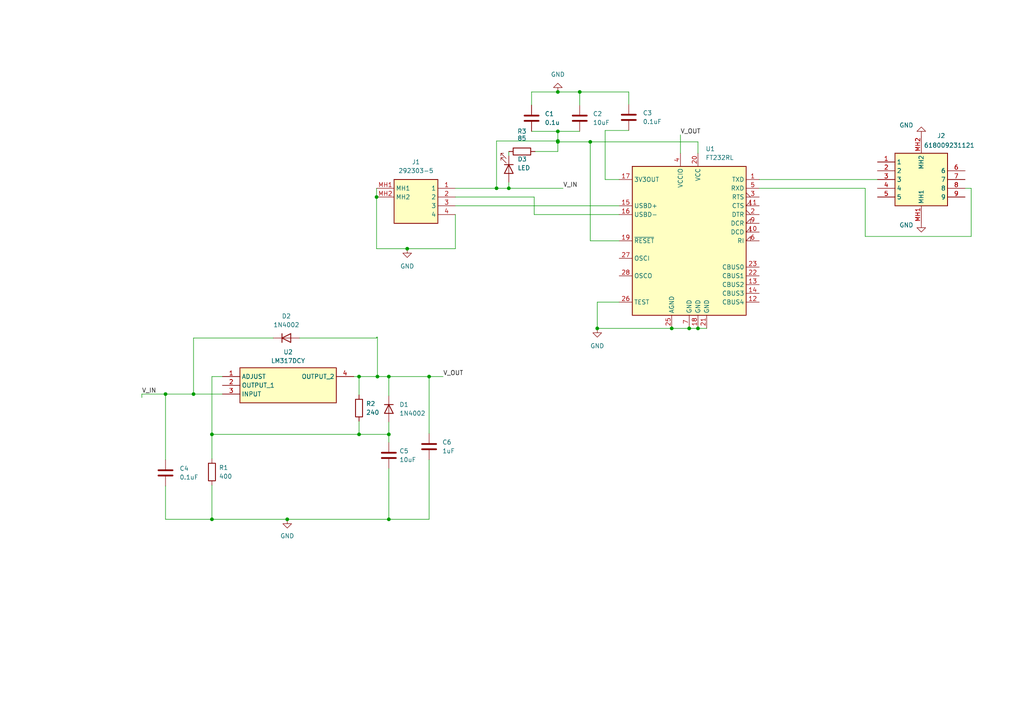
<source format=kicad_sch>
(kicad_sch (version 20230121) (generator eeschema)

  (uuid 50036428-3ab0-4d54-b969-eb6066c1b8f0)

  (paper "A4")

  (lib_symbols
    (symbol "Device:C" (pin_numbers hide) (pin_names (offset 0.254)) (in_bom yes) (on_board yes)
      (property "Reference" "C" (at 0.635 2.54 0)
        (effects (font (size 1.27 1.27)) (justify left))
      )
      (property "Value" "C" (at 0.635 -2.54 0)
        (effects (font (size 1.27 1.27)) (justify left))
      )
      (property "Footprint" "" (at 0.9652 -3.81 0)
        (effects (font (size 1.27 1.27)) hide)
      )
      (property "Datasheet" "~" (at 0 0 0)
        (effects (font (size 1.27 1.27)) hide)
      )
      (property "ki_keywords" "cap capacitor" (at 0 0 0)
        (effects (font (size 1.27 1.27)) hide)
      )
      (property "ki_description" "Unpolarized capacitor" (at 0 0 0)
        (effects (font (size 1.27 1.27)) hide)
      )
      (property "ki_fp_filters" "C_*" (at 0 0 0)
        (effects (font (size 1.27 1.27)) hide)
      )
      (symbol "C_0_1"
        (polyline
          (pts
            (xy -2.032 -0.762)
            (xy 2.032 -0.762)
          )
          (stroke (width 0.508) (type default))
          (fill (type none))
        )
        (polyline
          (pts
            (xy -2.032 0.762)
            (xy 2.032 0.762)
          )
          (stroke (width 0.508) (type default))
          (fill (type none))
        )
      )
      (symbol "C_1_1"
        (pin passive line (at 0 3.81 270) (length 2.794)
          (name "~" (effects (font (size 1.27 1.27))))
          (number "1" (effects (font (size 1.27 1.27))))
        )
        (pin passive line (at 0 -3.81 90) (length 2.794)
          (name "~" (effects (font (size 1.27 1.27))))
          (number "2" (effects (font (size 1.27 1.27))))
        )
      )
    )
    (symbol "Device:LED" (pin_numbers hide) (pin_names (offset 1.016) hide) (in_bom yes) (on_board yes)
      (property "Reference" "D" (at 0 2.54 0)
        (effects (font (size 1.27 1.27)))
      )
      (property "Value" "LED" (at 0 -2.54 0)
        (effects (font (size 1.27 1.27)))
      )
      (property "Footprint" "" (at 0 0 0)
        (effects (font (size 1.27 1.27)) hide)
      )
      (property "Datasheet" "~" (at 0 0 0)
        (effects (font (size 1.27 1.27)) hide)
      )
      (property "ki_keywords" "LED diode" (at 0 0 0)
        (effects (font (size 1.27 1.27)) hide)
      )
      (property "ki_description" "Light emitting diode" (at 0 0 0)
        (effects (font (size 1.27 1.27)) hide)
      )
      (property "ki_fp_filters" "LED* LED_SMD:* LED_THT:*" (at 0 0 0)
        (effects (font (size 1.27 1.27)) hide)
      )
      (symbol "LED_0_1"
        (polyline
          (pts
            (xy -1.27 -1.27)
            (xy -1.27 1.27)
          )
          (stroke (width 0.254) (type default))
          (fill (type none))
        )
        (polyline
          (pts
            (xy -1.27 0)
            (xy 1.27 0)
          )
          (stroke (width 0) (type default))
          (fill (type none))
        )
        (polyline
          (pts
            (xy 1.27 -1.27)
            (xy 1.27 1.27)
            (xy -1.27 0)
            (xy 1.27 -1.27)
          )
          (stroke (width 0.254) (type default))
          (fill (type none))
        )
        (polyline
          (pts
            (xy -3.048 -0.762)
            (xy -4.572 -2.286)
            (xy -3.81 -2.286)
            (xy -4.572 -2.286)
            (xy -4.572 -1.524)
          )
          (stroke (width 0) (type default))
          (fill (type none))
        )
        (polyline
          (pts
            (xy -1.778 -0.762)
            (xy -3.302 -2.286)
            (xy -2.54 -2.286)
            (xy -3.302 -2.286)
            (xy -3.302 -1.524)
          )
          (stroke (width 0) (type default))
          (fill (type none))
        )
      )
      (symbol "LED_1_1"
        (pin passive line (at -3.81 0 0) (length 2.54)
          (name "K" (effects (font (size 1.27 1.27))))
          (number "1" (effects (font (size 1.27 1.27))))
        )
        (pin passive line (at 3.81 0 180) (length 2.54)
          (name "A" (effects (font (size 1.27 1.27))))
          (number "2" (effects (font (size 1.27 1.27))))
        )
      )
    )
    (symbol "Device:R" (pin_numbers hide) (pin_names (offset 0)) (in_bom yes) (on_board yes)
      (property "Reference" "R" (at 2.032 0 90)
        (effects (font (size 1.27 1.27)))
      )
      (property "Value" "R" (at 0 0 90)
        (effects (font (size 1.27 1.27)))
      )
      (property "Footprint" "" (at -1.778 0 90)
        (effects (font (size 1.27 1.27)) hide)
      )
      (property "Datasheet" "~" (at 0 0 0)
        (effects (font (size 1.27 1.27)) hide)
      )
      (property "ki_keywords" "R res resistor" (at 0 0 0)
        (effects (font (size 1.27 1.27)) hide)
      )
      (property "ki_description" "Resistor" (at 0 0 0)
        (effects (font (size 1.27 1.27)) hide)
      )
      (property "ki_fp_filters" "R_*" (at 0 0 0)
        (effects (font (size 1.27 1.27)) hide)
      )
      (symbol "R_0_1"
        (rectangle (start -1.016 -2.54) (end 1.016 2.54)
          (stroke (width 0.254) (type default))
          (fill (type none))
        )
      )
      (symbol "R_1_1"
        (pin passive line (at 0 3.81 270) (length 1.27)
          (name "~" (effects (font (size 1.27 1.27))))
          (number "1" (effects (font (size 1.27 1.27))))
        )
        (pin passive line (at 0 -3.81 90) (length 1.27)
          (name "~" (effects (font (size 1.27 1.27))))
          (number "2" (effects (font (size 1.27 1.27))))
        )
      )
    )
    (symbol "Diode:1N4002" (pin_numbers hide) (pin_names hide) (in_bom yes) (on_board yes)
      (property "Reference" "D" (at 0 2.54 0)
        (effects (font (size 1.27 1.27)))
      )
      (property "Value" "1N4002" (at 0 -2.54 0)
        (effects (font (size 1.27 1.27)))
      )
      (property "Footprint" "Diode_THT:D_DO-41_SOD81_P10.16mm_Horizontal" (at 0 -4.445 0)
        (effects (font (size 1.27 1.27)) hide)
      )
      (property "Datasheet" "http://www.vishay.com/docs/88503/1n4001.pdf" (at 0 0 0)
        (effects (font (size 1.27 1.27)) hide)
      )
      (property "Sim.Device" "D" (at 0 0 0)
        (effects (font (size 1.27 1.27)) hide)
      )
      (property "Sim.Pins" "1=K 2=A" (at 0 0 0)
        (effects (font (size 1.27 1.27)) hide)
      )
      (property "ki_keywords" "diode" (at 0 0 0)
        (effects (font (size 1.27 1.27)) hide)
      )
      (property "ki_description" "100V 1A General Purpose Rectifier Diode, DO-41" (at 0 0 0)
        (effects (font (size 1.27 1.27)) hide)
      )
      (property "ki_fp_filters" "D*DO?41*" (at 0 0 0)
        (effects (font (size 1.27 1.27)) hide)
      )
      (symbol "1N4002_0_1"
        (polyline
          (pts
            (xy -1.27 1.27)
            (xy -1.27 -1.27)
          )
          (stroke (width 0.254) (type default))
          (fill (type none))
        )
        (polyline
          (pts
            (xy 1.27 0)
            (xy -1.27 0)
          )
          (stroke (width 0) (type default))
          (fill (type none))
        )
        (polyline
          (pts
            (xy 1.27 1.27)
            (xy 1.27 -1.27)
            (xy -1.27 0)
            (xy 1.27 1.27)
          )
          (stroke (width 0.254) (type default))
          (fill (type none))
        )
      )
      (symbol "1N4002_1_1"
        (pin passive line (at -3.81 0 0) (length 2.54)
          (name "K" (effects (font (size 1.27 1.27))))
          (number "1" (effects (font (size 1.27 1.27))))
        )
        (pin passive line (at 3.81 0 180) (length 2.54)
          (name "A" (effects (font (size 1.27 1.27))))
          (number "2" (effects (font (size 1.27 1.27))))
        )
      )
    )
    (symbol "Interface_USB:FT232RL" (in_bom yes) (on_board yes)
      (property "Reference" "U" (at -16.51 22.86 0)
        (effects (font (size 1.27 1.27)) (justify left))
      )
      (property "Value" "FT232RL" (at 10.16 22.86 0)
        (effects (font (size 1.27 1.27)) (justify left))
      )
      (property "Footprint" "Package_SO:SSOP-28_5.3x10.2mm_P0.65mm" (at 27.94 -22.86 0)
        (effects (font (size 1.27 1.27)) hide)
      )
      (property "Datasheet" "https://www.ftdichip.com/Support/Documents/DataSheets/ICs/DS_FT232R.pdf" (at 0 0 0)
        (effects (font (size 1.27 1.27)) hide)
      )
      (property "ki_keywords" "FTDI USB Serial" (at 0 0 0)
        (effects (font (size 1.27 1.27)) hide)
      )
      (property "ki_description" "USB to Serial Interface, SSOP-28" (at 0 0 0)
        (effects (font (size 1.27 1.27)) hide)
      )
      (property "ki_fp_filters" "SSOP*5.3x10.2mm*P0.65mm*" (at 0 0 0)
        (effects (font (size 1.27 1.27)) hide)
      )
      (symbol "FT232RL_0_1"
        (rectangle (start -16.51 21.59) (end 16.51 -21.59)
          (stroke (width 0.254) (type default))
          (fill (type background))
        )
      )
      (symbol "FT232RL_1_1"
        (pin output line (at 20.32 17.78 180) (length 3.81)
          (name "TXD" (effects (font (size 1.27 1.27))))
          (number "1" (effects (font (size 1.27 1.27))))
        )
        (pin input input_low (at 20.32 2.54 180) (length 3.81)
          (name "DCD" (effects (font (size 1.27 1.27))))
          (number "10" (effects (font (size 1.27 1.27))))
        )
        (pin input input_low (at 20.32 10.16 180) (length 3.81)
          (name "CTS" (effects (font (size 1.27 1.27))))
          (number "11" (effects (font (size 1.27 1.27))))
        )
        (pin bidirectional line (at 20.32 -17.78 180) (length 3.81)
          (name "CBUS4" (effects (font (size 1.27 1.27))))
          (number "12" (effects (font (size 1.27 1.27))))
        )
        (pin bidirectional line (at 20.32 -12.7 180) (length 3.81)
          (name "CBUS2" (effects (font (size 1.27 1.27))))
          (number "13" (effects (font (size 1.27 1.27))))
        )
        (pin bidirectional line (at 20.32 -15.24 180) (length 3.81)
          (name "CBUS3" (effects (font (size 1.27 1.27))))
          (number "14" (effects (font (size 1.27 1.27))))
        )
        (pin bidirectional line (at -20.32 10.16 0) (length 3.81)
          (name "USBD+" (effects (font (size 1.27 1.27))))
          (number "15" (effects (font (size 1.27 1.27))))
        )
        (pin bidirectional line (at -20.32 7.62 0) (length 3.81)
          (name "USBD-" (effects (font (size 1.27 1.27))))
          (number "16" (effects (font (size 1.27 1.27))))
        )
        (pin power_out line (at -20.32 17.78 0) (length 3.81)
          (name "3V3OUT" (effects (font (size 1.27 1.27))))
          (number "17" (effects (font (size 1.27 1.27))))
        )
        (pin power_in line (at 2.54 -25.4 90) (length 3.81)
          (name "GND" (effects (font (size 1.27 1.27))))
          (number "18" (effects (font (size 1.27 1.27))))
        )
        (pin input line (at -20.32 0 0) (length 3.81)
          (name "~{RESET}" (effects (font (size 1.27 1.27))))
          (number "19" (effects (font (size 1.27 1.27))))
        )
        (pin output output_low (at 20.32 7.62 180) (length 3.81)
          (name "DTR" (effects (font (size 1.27 1.27))))
          (number "2" (effects (font (size 1.27 1.27))))
        )
        (pin power_in line (at 2.54 25.4 270) (length 3.81)
          (name "VCC" (effects (font (size 1.27 1.27))))
          (number "20" (effects (font (size 1.27 1.27))))
        )
        (pin power_in line (at 5.08 -25.4 90) (length 3.81)
          (name "GND" (effects (font (size 1.27 1.27))))
          (number "21" (effects (font (size 1.27 1.27))))
        )
        (pin bidirectional line (at 20.32 -10.16 180) (length 3.81)
          (name "CBUS1" (effects (font (size 1.27 1.27))))
          (number "22" (effects (font (size 1.27 1.27))))
        )
        (pin bidirectional line (at 20.32 -7.62 180) (length 3.81)
          (name "CBUS0" (effects (font (size 1.27 1.27))))
          (number "23" (effects (font (size 1.27 1.27))))
        )
        (pin power_in line (at -5.08 -25.4 90) (length 3.81)
          (name "AGND" (effects (font (size 1.27 1.27))))
          (number "25" (effects (font (size 1.27 1.27))))
        )
        (pin input line (at -20.32 -17.78 0) (length 3.81)
          (name "TEST" (effects (font (size 1.27 1.27))))
          (number "26" (effects (font (size 1.27 1.27))))
        )
        (pin input line (at -20.32 -5.08 0) (length 3.81)
          (name "OSCI" (effects (font (size 1.27 1.27))))
          (number "27" (effects (font (size 1.27 1.27))))
        )
        (pin output line (at -20.32 -10.16 0) (length 3.81)
          (name "OSCO" (effects (font (size 1.27 1.27))))
          (number "28" (effects (font (size 1.27 1.27))))
        )
        (pin output output_low (at 20.32 12.7 180) (length 3.81)
          (name "RTS" (effects (font (size 1.27 1.27))))
          (number "3" (effects (font (size 1.27 1.27))))
        )
        (pin power_in line (at -2.54 25.4 270) (length 3.81)
          (name "VCCIO" (effects (font (size 1.27 1.27))))
          (number "4" (effects (font (size 1.27 1.27))))
        )
        (pin input line (at 20.32 15.24 180) (length 3.81)
          (name "RXD" (effects (font (size 1.27 1.27))))
          (number "5" (effects (font (size 1.27 1.27))))
        )
        (pin input input_low (at 20.32 0 180) (length 3.81)
          (name "RI" (effects (font (size 1.27 1.27))))
          (number "6" (effects (font (size 1.27 1.27))))
        )
        (pin power_in line (at 0 -25.4 90) (length 3.81)
          (name "GND" (effects (font (size 1.27 1.27))))
          (number "7" (effects (font (size 1.27 1.27))))
        )
        (pin input input_low (at 20.32 5.08 180) (length 3.81)
          (name "DCR" (effects (font (size 1.27 1.27))))
          (number "9" (effects (font (size 1.27 1.27))))
        )
      )
    )
    (symbol "SamacSys_Parts:292303-5" (in_bom yes) (on_board yes)
      (property "Reference" "J" (at 19.05 7.62 0)
        (effects (font (size 1.27 1.27)) (justify left top))
      )
      (property "Value" "292303-5" (at 19.05 5.08 0)
        (effects (font (size 1.27 1.27)) (justify left top))
      )
      (property "Footprint" "2923035" (at 19.05 -94.92 0)
        (effects (font (size 1.27 1.27)) (justify left top) hide)
      )
      (property "Datasheet" "https://www.te.com/commerce/DocumentDelivery/DDEController?Action=srchrtrv&DocNm=292303&DocType=Customer+Drawing&DocLang=English&DocFormat=pdf&PartCntxt=292303-5" (at 19.05 -194.92 0)
        (effects (font (size 1.27 1.27)) (justify left top) hide)
      )
      (property "Height" "7.01" (at 19.05 -394.92 0)
        (effects (font (size 1.27 1.27)) (justify left top) hide)
      )
      (property "Manufacturer_Name" "TE Connectivity" (at 19.05 -494.92 0)
        (effects (font (size 1.27 1.27)) (justify left top) hide)
      )
      (property "Manufacturer_Part_Number" "292303-5" (at 19.05 -594.92 0)
        (effects (font (size 1.27 1.27)) (justify left top) hide)
      )
      (property "Mouser Part Number" "571-292303-5" (at 19.05 -694.92 0)
        (effects (font (size 1.27 1.27)) (justify left top) hide)
      )
      (property "Mouser Price/Stock" "https://www.mouser.co.uk/ProductDetail/TE-Connectivity/292303-5?qs=G%2F5vCLrg9vz7imdxqPIVgQ%3D%3D" (at 19.05 -794.92 0)
        (effects (font (size 1.27 1.27)) (justify left top) hide)
      )
      (property "Arrow Part Number" "292303-5" (at 19.05 -894.92 0)
        (effects (font (size 1.27 1.27)) (justify left top) hide)
      )
      (property "Arrow Price/Stock" "https://www.arrow.com/en/products/292303-5/te-connectivity?region=nac" (at 19.05 -994.92 0)
        (effects (font (size 1.27 1.27)) (justify left top) hide)
      )
      (property "ki_description" "AMP - TE CONNECTIVITY - 292303-5 - USB, 2.0 TYPE A, RECEPTACLE, SMT" (at 0 0 0)
        (effects (font (size 1.27 1.27)) hide)
      )
      (symbol "292303-5_1_1"
        (rectangle (start 5.08 2.54) (end 17.78 -10.16)
          (stroke (width 0.254) (type default))
          (fill (type background))
        )
        (pin passive line (at 22.86 0 180) (length 5.08)
          (name "1" (effects (font (size 1.27 1.27))))
          (number "1" (effects (font (size 1.27 1.27))))
        )
        (pin passive line (at 22.86 -2.54 180) (length 5.08)
          (name "2" (effects (font (size 1.27 1.27))))
          (number "2" (effects (font (size 1.27 1.27))))
        )
        (pin passive line (at 22.86 -5.08 180) (length 5.08)
          (name "3" (effects (font (size 1.27 1.27))))
          (number "3" (effects (font (size 1.27 1.27))))
        )
        (pin passive line (at 22.86 -7.62 180) (length 5.08)
          (name "4" (effects (font (size 1.27 1.27))))
          (number "4" (effects (font (size 1.27 1.27))))
        )
        (pin passive line (at 0 0 0) (length 5.08)
          (name "MH1" (effects (font (size 1.27 1.27))))
          (number "MH1" (effects (font (size 1.27 1.27))))
        )
        (pin passive line (at 0 -2.54 0) (length 5.08)
          (name "MH2" (effects (font (size 1.27 1.27))))
          (number "MH2" (effects (font (size 1.27 1.27))))
        )
      )
    )
    (symbol "SamacSys_Parts:618009231121" (in_bom yes) (on_board yes)
      (property "Reference" "J" (at 21.59 12.7 0)
        (effects (font (size 1.27 1.27)) (justify left top))
      )
      (property "Value" "618009231121" (at 21.59 10.16 0)
        (effects (font (size 1.27 1.27)) (justify left top))
      )
      (property "Footprint" "618009231121" (at 21.59 -89.84 0)
        (effects (font (size 1.27 1.27)) (justify left top) hide)
      )
      (property "Datasheet" "http://katalog.we-online.de/em/datasheet/6180xx231121.pdf" (at 21.59 -189.84 0)
        (effects (font (size 1.27 1.27)) (justify left top) hide)
      )
      (property "Height" "12.8" (at 21.59 -389.84 0)
        (effects (font (size 1.27 1.27)) (justify left top) hide)
      )
      (property "Mouser Part Number" "710-618009231121" (at 21.59 -489.84 0)
        (effects (font (size 1.27 1.27)) (justify left top) hide)
      )
      (property "Mouser Price/Stock" "https://www.mouser.co.uk/ProductDetail/Wurth-Elektronik/618009231121?qs=ZtY9WdtwX554OkDtCn8rLw%3D%3D" (at 21.59 -589.84 0)
        (effects (font (size 1.27 1.27)) (justify left top) hide)
      )
      (property "Manufacturer_Name" "Wurth Elektronik" (at 21.59 -689.84 0)
        (effects (font (size 1.27 1.27)) (justify left top) hide)
      )
      (property "Manufacturer_Part_Number" "618009231121" (at 21.59 -789.84 0)
        (effects (font (size 1.27 1.27)) (justify left top) hide)
      )
      (property "ki_description" "WURTH ELEKTRONIK - 618009231121 - SOCKET, D SUB, PCB, R/A, 9WAY" (at 0 0 0)
        (effects (font (size 1.27 1.27)) hide)
      )
      (symbol "618009231121_1_1"
        (rectangle (start 5.08 7.62) (end 20.32 -7.62)
          (stroke (width 0.254) (type default))
          (fill (type background))
        )
        (pin passive line (at 17.78 12.7 270) (length 5.08)
          (name "1" (effects (font (size 1.27 1.27))))
          (number "1" (effects (font (size 1.27 1.27))))
        )
        (pin passive line (at 15.24 12.7 270) (length 5.08)
          (name "2" (effects (font (size 1.27 1.27))))
          (number "2" (effects (font (size 1.27 1.27))))
        )
        (pin passive line (at 12.7 12.7 270) (length 5.08)
          (name "3" (effects (font (size 1.27 1.27))))
          (number "3" (effects (font (size 1.27 1.27))))
        )
        (pin passive line (at 10.16 12.7 270) (length 5.08)
          (name "4" (effects (font (size 1.27 1.27))))
          (number "4" (effects (font (size 1.27 1.27))))
        )
        (pin passive line (at 7.62 12.7 270) (length 5.08)
          (name "5" (effects (font (size 1.27 1.27))))
          (number "5" (effects (font (size 1.27 1.27))))
        )
        (pin passive line (at 15.24 -12.7 90) (length 5.08)
          (name "6" (effects (font (size 1.27 1.27))))
          (number "6" (effects (font (size 1.27 1.27))))
        )
        (pin passive line (at 12.7 -12.7 90) (length 5.08)
          (name "7" (effects (font (size 1.27 1.27))))
          (number "7" (effects (font (size 1.27 1.27))))
        )
        (pin passive line (at 10.16 -12.7 90) (length 5.08)
          (name "8" (effects (font (size 1.27 1.27))))
          (number "8" (effects (font (size 1.27 1.27))))
        )
        (pin passive line (at 7.62 -12.7 90) (length 5.08)
          (name "9" (effects (font (size 1.27 1.27))))
          (number "9" (effects (font (size 1.27 1.27))))
        )
        (pin passive line (at 0 0 0) (length 5.08)
          (name "MH1" (effects (font (size 1.27 1.27))))
          (number "MH1" (effects (font (size 1.27 1.27))))
        )
        (pin passive line (at 25.4 0 180) (length 5.08)
          (name "MH2" (effects (font (size 1.27 1.27))))
          (number "MH2" (effects (font (size 1.27 1.27))))
        )
      )
    )
    (symbol "SamacSys_Parts:LM317DCY" (in_bom yes) (on_board yes)
      (property "Reference" "IC" (at 34.29 7.62 0)
        (effects (font (size 1.27 1.27)) (justify left top))
      )
      (property "Value" "LM317DCY" (at 34.29 5.08 0)
        (effects (font (size 1.27 1.27)) (justify left top))
      )
      (property "Footprint" "SOT230P700X180-4N" (at 34.29 -94.92 0)
        (effects (font (size 1.27 1.27)) (justify left top) hide)
      )
      (property "Datasheet" "http://www.ti.com/lit/ds/symlink/lm317.pdf" (at 34.29 -194.92 0)
        (effects (font (size 1.27 1.27)) (justify left top) hide)
      )
      (property "Height" "1.8" (at 34.29 -394.92 0)
        (effects (font (size 1.27 1.27)) (justify left top) hide)
      )
      (property "Manufacturer_Name" "Texas Instruments" (at 34.29 -494.92 0)
        (effects (font (size 1.27 1.27)) (justify left top) hide)
      )
      (property "Manufacturer_Part_Number" "LM317DCY" (at 34.29 -594.92 0)
        (effects (font (size 1.27 1.27)) (justify left top) hide)
      )
      (property "Mouser Part Number" "595-LM317DCY" (at 34.29 -694.92 0)
        (effects (font (size 1.27 1.27)) (justify left top) hide)
      )
      (property "Mouser Price/Stock" "https://www.mouser.co.uk/ProductDetail/Texas-Instruments/LM317DCY?qs=5BZzbFV4k2uyLTpaIDoA2Q%3D%3D" (at 34.29 -794.92 0)
        (effects (font (size 1.27 1.27)) (justify left top) hide)
      )
      (property "Arrow Part Number" "LM317DCY" (at 34.29 -894.92 0)
        (effects (font (size 1.27 1.27)) (justify left top) hide)
      )
      (property "Arrow Price/Stock" "https://www.arrow.com/en/products/lm317dcy/texas-instruments?region=nac" (at 34.29 -994.92 0)
        (effects (font (size 1.27 1.27)) (justify left top) hide)
      )
      (property "ki_description" "LM317DCY, Linear Voltage Regulator, 1.5A Adjustable 1.25  37 V, 4-Pin SOT-223" (at 0 0 0)
        (effects (font (size 1.27 1.27)) hide)
      )
      (symbol "LM317DCY_1_1"
        (rectangle (start 5.08 2.54) (end 33.02 -7.62)
          (stroke (width 0.254) (type default))
          (fill (type background))
        )
        (pin passive line (at 0 0 0) (length 5.08)
          (name "ADJUST" (effects (font (size 1.27 1.27))))
          (number "1" (effects (font (size 1.27 1.27))))
        )
        (pin passive line (at 0 -2.54 0) (length 5.08)
          (name "OUTPUT_1" (effects (font (size 1.27 1.27))))
          (number "2" (effects (font (size 1.27 1.27))))
        )
        (pin passive line (at 0 -5.08 0) (length 5.08)
          (name "INPUT" (effects (font (size 1.27 1.27))))
          (number "3" (effects (font (size 1.27 1.27))))
        )
        (pin passive line (at 38.1 0 180) (length 5.08)
          (name "OUTPUT_2" (effects (font (size 1.27 1.27))))
          (number "4" (effects (font (size 1.27 1.27))))
        )
      )
    )
    (symbol "power:GND" (power) (pin_names (offset 0)) (in_bom yes) (on_board yes)
      (property "Reference" "#PWR" (at 0 -6.35 0)
        (effects (font (size 1.27 1.27)) hide)
      )
      (property "Value" "GND" (at 0 -3.81 0)
        (effects (font (size 1.27 1.27)))
      )
      (property "Footprint" "" (at 0 0 0)
        (effects (font (size 1.27 1.27)) hide)
      )
      (property "Datasheet" "" (at 0 0 0)
        (effects (font (size 1.27 1.27)) hide)
      )
      (property "ki_keywords" "global power" (at 0 0 0)
        (effects (font (size 1.27 1.27)) hide)
      )
      (property "ki_description" "Power symbol creates a global label with name \"GND\" , ground" (at 0 0 0)
        (effects (font (size 1.27 1.27)) hide)
      )
      (symbol "GND_0_1"
        (polyline
          (pts
            (xy 0 0)
            (xy 0 -1.27)
            (xy 1.27 -1.27)
            (xy 0 -2.54)
            (xy -1.27 -1.27)
            (xy 0 -1.27)
          )
          (stroke (width 0) (type default))
          (fill (type none))
        )
      )
      (symbol "GND_1_1"
        (pin power_in line (at 0 0 270) (length 0) hide
          (name "GND" (effects (font (size 1.27 1.27))))
          (number "1" (effects (font (size 1.27 1.27))))
        )
      )
    )
  )

  (junction (at 161.798 38.1) (diameter 0) (color 0 0 0 0)
    (uuid 0ee23b3f-e01c-45c4-afd0-46a1ef0e01cc)
  )
  (junction (at 56.134 114.3) (diameter 0) (color 0 0 0 0)
    (uuid 16246a1c-1f27-4de6-adaa-37811855d444)
  )
  (junction (at 147.574 54.61) (diameter 0) (color 0 0 0 0)
    (uuid 17fb8390-5ce0-4649-98e8-4b1a00e8bfed)
  )
  (junction (at 112.776 125.984) (diameter 0) (color 0 0 0 0)
    (uuid 1c0df5fe-f44b-485c-ad53-8cbcb3db070e)
  )
  (junction (at 124.46 109.22) (diameter 0) (color 0 0 0 0)
    (uuid 1faf6c96-2f45-41a5-a74c-cb7f8e7e46af)
  )
  (junction (at 161.798 26.67) (diameter 0) (color 0 0 0 0)
    (uuid 222e33a2-0a96-4048-8f7d-ca99692da1db)
  )
  (junction (at 104.14 109.22) (diameter 0) (color 0 0 0 0)
    (uuid 2d2f9b4a-f4e8-4491-96be-92af0e520721)
  )
  (junction (at 161.798 41.148) (diameter 0) (color 0 0 0 0)
    (uuid 2e7d2fe4-e570-4ffb-ac81-7d100483a5ab)
  )
  (junction (at 199.898 95.25) (diameter 0) (color 0 0 0 0)
    (uuid 375b7950-df9a-4840-ac72-f19805e50ca5)
  )
  (junction (at 161.798 40.894) (diameter 0) (color 0 0 0 0)
    (uuid 59359191-da94-4c6f-b2b6-a6b609916397)
  )
  (junction (at 48.006 114.3) (diameter 0) (color 0 0 0 0)
    (uuid 6004f7aa-b50c-46da-b79c-17a428e740ef)
  )
  (junction (at 61.468 150.622) (diameter 0) (color 0 0 0 0)
    (uuid 6923840a-2a5b-496a-bc09-61774b22d1b8)
  )
  (junction (at 194.818 95.25) (diameter 0) (color 0 0 0 0)
    (uuid 726f7044-0320-4c9b-9d49-f3df700b34c7)
  )
  (junction (at 109.474 109.22) (diameter 0) (color 0 0 0 0)
    (uuid 8613ac6b-b914-4a81-a332-dcd8504cc395)
  )
  (junction (at 112.776 109.22) (diameter 0) (color 0 0 0 0)
    (uuid 8b5b515c-30df-4757-b959-450e5d509cc7)
  )
  (junction (at 144.018 54.61) (diameter 0) (color 0 0 0 0)
    (uuid 922fef9f-0124-43dd-b104-0bbdcf0497c4)
  )
  (junction (at 202.438 95.25) (diameter 0) (color 0 0 0 0)
    (uuid a7271300-4b99-4e79-95d6-1795f34df9b5)
  )
  (junction (at 109.22 57.15) (diameter 0) (color 0 0 0 0)
    (uuid a77f026d-34b5-47a0-86f8-6a54dc3dda18)
  )
  (junction (at 104.14 125.984) (diameter 0) (color 0 0 0 0)
    (uuid ae079732-8234-463c-ab26-3ea7b45e20aa)
  )
  (junction (at 83.312 150.622) (diameter 0) (color 0 0 0 0)
    (uuid b8f30c62-ac75-41c9-893e-b42e85f438b6)
  )
  (junction (at 168.148 26.67) (diameter 0) (color 0 0 0 0)
    (uuid bda965ab-270e-474a-a718-e1e26b872f2f)
  )
  (junction (at 171.196 41.148) (diameter 0) (color 0 0 0 0)
    (uuid be355cc8-4e7b-4dcb-9cb2-b4696af5ee84)
  )
  (junction (at 61.468 125.984) (diameter 0) (color 0 0 0 0)
    (uuid c06bd416-763b-4160-881d-c35542e4d041)
  )
  (junction (at 118.11 72.136) (diameter 0) (color 0 0 0 0)
    (uuid d25f0d1c-75b3-4069-9bb4-e7b7935b61fe)
  )
  (junction (at 173.228 95.25) (diameter 0) (color 0 0 0 0)
    (uuid d4e04679-881d-4a2f-91ae-7145a1e9d272)
  )
  (junction (at 112.776 150.622) (diameter 0) (color 0 0 0 0)
    (uuid f29d5ca6-eed1-4307-97ae-8d0402e4df9b)
  )

  (wire (pts (xy 104.14 125.984) (xy 112.776 125.984))
    (stroke (width 0) (type default))
    (uuid 0390fe8b-237d-4d91-92a7-3df3b5547967)
  )
  (wire (pts (xy 109.474 97.79) (xy 109.474 109.22))
    (stroke (width 0) (type default))
    (uuid 043e5b42-c94a-4099-893e-cd7a3fabc55f)
  )
  (wire (pts (xy 182.372 37.846) (xy 175.514 37.846))
    (stroke (width 0) (type default))
    (uuid 07c26e70-1f08-4476-8634-79a118ee8436)
  )
  (wire (pts (xy 144.018 54.61) (xy 147.574 54.61))
    (stroke (width 0) (type default))
    (uuid 0eb78e00-bd7d-4ccd-9863-37b3590edd85)
  )
  (wire (pts (xy 112.776 109.22) (xy 112.776 114.808))
    (stroke (width 0) (type default))
    (uuid 10c3575f-e8d9-4b02-865c-530464ffa08f)
  )
  (wire (pts (xy 154.178 38.1) (xy 161.798 38.1))
    (stroke (width 0) (type default))
    (uuid 125a9bad-eec4-459d-9417-74f57ca3b232)
  )
  (wire (pts (xy 132.08 62.23) (xy 132.08 72.136))
    (stroke (width 0) (type default))
    (uuid 12f4fb9d-cf97-49ed-b9a5-bc56983c3890)
  )
  (wire (pts (xy 182.372 26.67) (xy 168.148 26.67))
    (stroke (width 0) (type default))
    (uuid 17e27026-f21d-4b03-85d9-f1724d6cca50)
  )
  (wire (pts (xy 147.574 52.832) (xy 147.574 54.61))
    (stroke (width 0) (type default))
    (uuid 1b207413-29e2-48de-972e-bcb1913d15cd)
  )
  (wire (pts (xy 168.148 30.48) (xy 168.148 26.67))
    (stroke (width 0) (type default))
    (uuid 1e9fd1ad-6d14-4cdd-8145-204e931afa8c)
  )
  (wire (pts (xy 171.196 41.148) (xy 161.798 41.148))
    (stroke (width 0) (type default))
    (uuid 2357c60b-f06c-41b8-a476-4f1a62bc6025)
  )
  (wire (pts (xy 132.08 57.15) (xy 154.94 57.15))
    (stroke (width 0) (type default))
    (uuid 247696cf-6852-47e9-84e0-cdc28833e85e)
  )
  (wire (pts (xy 168.148 26.67) (xy 161.798 26.67))
    (stroke (width 0) (type default))
    (uuid 26c4dd13-00ed-4f32-9ae6-c2b33b6c80ce)
  )
  (wire (pts (xy 112.776 150.622) (xy 124.46 150.622))
    (stroke (width 0) (type default))
    (uuid 28b0eb65-03f0-433a-82e2-d32b4d0b198f)
  )
  (wire (pts (xy 194.818 95.25) (xy 173.228 95.25))
    (stroke (width 0) (type default))
    (uuid 29102a0f-876e-46c9-82e4-391f5a3d50e9)
  )
  (wire (pts (xy 155.194 43.942) (xy 161.798 43.942))
    (stroke (width 0) (type default))
    (uuid 29dc64db-0767-41b5-84a4-4950c04e5553)
  )
  (wire (pts (xy 147.574 43.942) (xy 147.574 45.212))
    (stroke (width 0) (type default))
    (uuid 2c177578-71ab-42bb-8fcb-5ecda2f7e4a9)
  )
  (wire (pts (xy 109.22 57.15) (xy 109.22 72.136))
    (stroke (width 0) (type default))
    (uuid 2c2b697e-0f5a-4336-a4cd-0bb6d3a78f81)
  )
  (wire (pts (xy 161.798 40.894) (xy 161.798 41.148))
    (stroke (width 0) (type default))
    (uuid 2c7cb42d-1a0f-4b6c-a9ba-8e228e631bf1)
  )
  (wire (pts (xy 61.468 150.622) (xy 83.312 150.622))
    (stroke (width 0) (type default))
    (uuid 3212f8f3-af09-4caf-b5cc-e19b65f84267)
  )
  (wire (pts (xy 61.468 109.22) (xy 61.468 125.984))
    (stroke (width 0) (type default))
    (uuid 33bcc469-c857-4604-9588-a799c442c6f2)
  )
  (wire (pts (xy 175.514 37.846) (xy 175.514 52.07))
    (stroke (width 0) (type default))
    (uuid 3584adb9-a450-4fb2-b312-18f1d6eea90c)
  )
  (wire (pts (xy 124.46 109.22) (xy 124.46 125.73))
    (stroke (width 0) (type default))
    (uuid 38b484e8-ffc8-4fe9-b3ed-379312124d57)
  )
  (wire (pts (xy 144.018 40.894) (xy 161.798 40.894))
    (stroke (width 0) (type default))
    (uuid 394cf44e-9824-4f06-b9a1-a4eeb9276aa9)
  )
  (wire (pts (xy 154.178 30.48) (xy 154.178 26.67))
    (stroke (width 0) (type default))
    (uuid 3ab54c7a-8b81-4541-b43d-de5d1326a3df)
  )
  (wire (pts (xy 41.148 114.3) (xy 48.006 114.3))
    (stroke (width 0) (type default))
    (uuid 3ac246f0-b101-48a7-9636-c00184479ec5)
  )
  (wire (pts (xy 64.516 109.22) (xy 61.468 109.22))
    (stroke (width 0) (type default))
    (uuid 3af73755-c3fb-4493-b759-db89443b4f0a)
  )
  (wire (pts (xy 61.468 125.984) (xy 61.468 133.096))
    (stroke (width 0) (type default))
    (uuid 406a3e05-0515-4b04-a0d3-705d717687f0)
  )
  (wire (pts (xy 124.46 109.22) (xy 128.524 109.22))
    (stroke (width 0) (type default))
    (uuid 45667eb1-5ec6-4941-8dda-41d4a79e4eef)
  )
  (wire (pts (xy 61.468 125.984) (xy 104.14 125.984))
    (stroke (width 0) (type default))
    (uuid 4b8738f5-c2e6-4718-b62c-892afbfe91ef)
  )
  (wire (pts (xy 79.248 98.044) (xy 56.134 98.044))
    (stroke (width 0) (type default))
    (uuid 4c9acc03-11fc-46f1-ae44-888ea1dfe62b)
  )
  (wire (pts (xy 144.018 40.894) (xy 144.018 54.61))
    (stroke (width 0) (type default))
    (uuid 51c267bc-c73c-404c-a207-6f42410562e0)
  )
  (wire (pts (xy 61.468 140.716) (xy 61.468 150.622))
    (stroke (width 0) (type default))
    (uuid 537b9e6f-917a-418c-85e5-883eb3e3cf76)
  )
  (wire (pts (xy 48.006 114.3) (xy 48.006 133.35))
    (stroke (width 0) (type default))
    (uuid 55db8c58-de29-4d6d-9044-3bc1ea513637)
  )
  (wire (pts (xy 112.776 125.984) (xy 112.776 128.27))
    (stroke (width 0) (type default))
    (uuid 55dee30f-7622-40d3-ad1d-d80ede038c97)
  )
  (wire (pts (xy 175.514 52.07) (xy 179.578 52.07))
    (stroke (width 0) (type default))
    (uuid 5db2bffa-28d0-44d2-affe-184af61e9d77)
  )
  (wire (pts (xy 154.178 26.67) (xy 161.798 26.67))
    (stroke (width 0) (type default))
    (uuid 5e7980b1-0bcc-4efa-b3a7-49b4095c6038)
  )
  (wire (pts (xy 220.218 52.07) (xy 254.508 52.07))
    (stroke (width 0) (type default))
    (uuid 6665ec7e-b2c5-48b0-98f4-427701fe79af)
  )
  (wire (pts (xy 48.006 114.3) (xy 56.134 114.3))
    (stroke (width 0) (type default))
    (uuid 7173a472-fcb4-45db-8676-02ab773179e6)
  )
  (wire (pts (xy 202.438 41.148) (xy 171.196 41.148))
    (stroke (width 0) (type default))
    (uuid 71f6f3fa-0ebc-46b5-90c9-a235b53f8c5d)
  )
  (wire (pts (xy 220.218 54.61) (xy 250.952 54.61))
    (stroke (width 0) (type default))
    (uuid 7758de9d-0fe3-4d16-908c-0bdbadd47dc1)
  )
  (wire (pts (xy 102.616 109.22) (xy 104.14 109.22))
    (stroke (width 0) (type default))
    (uuid 791d0f9c-0097-4dd8-adc9-0672eaab737d)
  )
  (wire (pts (xy 202.438 95.25) (xy 199.898 95.25))
    (stroke (width 0) (type default))
    (uuid 85262126-f922-4aae-8122-fa0c7b3d71f7)
  )
  (wire (pts (xy 109.474 109.22) (xy 112.776 109.22))
    (stroke (width 0) (type default))
    (uuid 866e535d-cde3-418d-a3e1-e6b2aca386cd)
  )
  (wire (pts (xy 112.776 109.22) (xy 124.46 109.22))
    (stroke (width 0) (type default))
    (uuid 868b2659-8e34-487e-afc2-3d70e17d9295)
  )
  (wire (pts (xy 109.22 72.136) (xy 118.11 72.136))
    (stroke (width 0) (type default))
    (uuid 8d8c0d79-56f9-47f9-a6f8-d45e48fb8b45)
  )
  (wire (pts (xy 104.14 109.22) (xy 104.14 114.554))
    (stroke (width 0) (type default))
    (uuid 9231b144-4a02-468a-9993-ed23bfb72ce0)
  )
  (wire (pts (xy 132.08 54.61) (xy 144.018 54.61))
    (stroke (width 0) (type default))
    (uuid 92b9115e-3d00-45f3-a17f-f010cdb2f149)
  )
  (wire (pts (xy 161.798 38.1) (xy 161.798 40.894))
    (stroke (width 0) (type default))
    (uuid 96d069bd-f416-403b-82cf-b7722dad17c4)
  )
  (wire (pts (xy 56.134 114.3) (xy 64.516 114.3))
    (stroke (width 0) (type default))
    (uuid a3a0e7ed-80b9-40da-9bf1-fea79e90ed94)
  )
  (wire (pts (xy 56.134 98.044) (xy 56.134 114.3))
    (stroke (width 0) (type default))
    (uuid a593d7f7-d6f0-48d2-897f-df4753c542a4)
  )
  (wire (pts (xy 104.14 122.174) (xy 104.14 125.984))
    (stroke (width 0) (type default))
    (uuid a70060d5-140a-4cfa-9729-5cf3e1c44013)
  )
  (wire (pts (xy 109.22 97.79) (xy 109.22 98.044))
    (stroke (width 0) (type default))
    (uuid a8ff5edc-9ec9-4bf4-807d-67f087b7cc7d)
  )
  (wire (pts (xy 182.372 30.226) (xy 182.372 26.67))
    (stroke (width 0) (type default))
    (uuid aa347b05-932e-4d1b-aca2-7ca9158ab0a5)
  )
  (wire (pts (xy 147.574 54.61) (xy 163.322 54.61))
    (stroke (width 0) (type default))
    (uuid aeeb311d-3637-4d6b-b934-0dcf3a549d6a)
  )
  (wire (pts (xy 161.798 38.1) (xy 168.148 38.1))
    (stroke (width 0) (type default))
    (uuid b2464ee8-6d63-48cb-8b08-e60032434fee)
  )
  (wire (pts (xy 173.228 87.63) (xy 173.228 95.25))
    (stroke (width 0) (type default))
    (uuid b533bbfb-8a3d-40a1-a3c6-4644831afade)
  )
  (wire (pts (xy 48.006 140.97) (xy 48.006 150.622))
    (stroke (width 0) (type default))
    (uuid b6761113-c6d1-4777-94cf-40e3cbd0afd2)
  )
  (wire (pts (xy 202.438 44.45) (xy 202.438 41.148))
    (stroke (width 0) (type default))
    (uuid b826ad12-6c06-4ddb-ad2c-e0d3af4e441c)
  )
  (wire (pts (xy 109.22 98.044) (xy 86.868 98.044))
    (stroke (width 0) (type default))
    (uuid b8c0d204-6443-418b-9210-b7d6e9591e83)
  )
  (wire (pts (xy 161.798 41.148) (xy 161.798 43.942))
    (stroke (width 0) (type default))
    (uuid b9de8a00-2e32-4b99-ab91-3662bc60d6a4)
  )
  (wire (pts (xy 132.08 72.136) (xy 118.11 72.136))
    (stroke (width 0) (type default))
    (uuid c551f0d3-579d-49d8-b062-d5a2da600af0)
  )
  (wire (pts (xy 132.08 59.69) (xy 179.578 59.69))
    (stroke (width 0) (type default))
    (uuid c6abd82a-5ce8-4695-9367-ca0408769503)
  )
  (wire (pts (xy 112.776 135.89) (xy 112.776 150.622))
    (stroke (width 0) (type default))
    (uuid c91cbcbe-102c-4f9b-ac6b-4f7a73ca57df)
  )
  (wire (pts (xy 281.686 54.61) (xy 279.908 54.61))
    (stroke (width 0) (type default))
    (uuid cad52a51-20c0-44ee-aa7c-57986cb21fae)
  )
  (wire (pts (xy 104.14 109.22) (xy 109.474 109.22))
    (stroke (width 0) (type default))
    (uuid cc6255d6-2d4d-4a5b-be51-aa4cd1a10d41)
  )
  (wire (pts (xy 171.196 69.85) (xy 171.196 41.148))
    (stroke (width 0) (type default))
    (uuid cedc597e-431e-48d5-93c4-3db3698d155b)
  )
  (wire (pts (xy 281.686 68.58) (xy 281.686 54.61))
    (stroke (width 0) (type default))
    (uuid d8a6e675-c0e1-4947-bd0e-bcc074f9134c)
  )
  (wire (pts (xy 199.898 95.25) (xy 194.818 95.25))
    (stroke (width 0) (type default))
    (uuid d96aff0f-d68d-4ba5-bcde-2a56ca556b28)
  )
  (wire (pts (xy 250.952 54.61) (xy 250.952 68.58))
    (stroke (width 0) (type default))
    (uuid dbbb69c7-27e3-47e5-9367-0991a9461fd6)
  )
  (wire (pts (xy 124.46 150.622) (xy 124.46 133.35))
    (stroke (width 0) (type default))
    (uuid dc008b63-4a98-454a-8592-fd68d5bdde1d)
  )
  (wire (pts (xy 48.006 150.622) (xy 61.468 150.622))
    (stroke (width 0) (type default))
    (uuid dc6228fe-fce9-4882-8b99-02421bb7653b)
  )
  (wire (pts (xy 112.776 122.428) (xy 112.776 125.984))
    (stroke (width 0) (type default))
    (uuid df6f47c2-8754-4bc7-82d1-8dd3257ab031)
  )
  (wire (pts (xy 41.148 114.3) (xy 41.148 115.316))
    (stroke (width 0) (type default))
    (uuid dfd9528a-19c0-44c7-8125-c8a47db62a59)
  )
  (wire (pts (xy 154.94 57.15) (xy 154.94 62.23))
    (stroke (width 0) (type default))
    (uuid e5857823-8d5f-4253-9d79-5f205816ab25)
  )
  (wire (pts (xy 204.978 95.25) (xy 202.438 95.25))
    (stroke (width 0) (type default))
    (uuid ee538829-dae7-479b-8d05-5e840f27f391)
  )
  (wire (pts (xy 83.312 150.622) (xy 112.776 150.622))
    (stroke (width 0) (type default))
    (uuid ef0f00cb-f67a-4458-943f-7e0eee85e65d)
  )
  (wire (pts (xy 109.22 54.61) (xy 109.22 57.15))
    (stroke (width 0) (type default))
    (uuid f323f400-3dd1-41ff-9579-ac6e28f0a36d)
  )
  (wire (pts (xy 250.952 68.58) (xy 281.686 68.58))
    (stroke (width 0) (type default))
    (uuid f35826de-4ad5-40fd-b887-f668844491c1)
  )
  (wire (pts (xy 197.358 39.116) (xy 197.358 44.45))
    (stroke (width 0) (type default))
    (uuid f4591caa-abb6-4ae3-8722-878acdf4f5af)
  )
  (wire (pts (xy 109.22 97.79) (xy 109.474 97.79))
    (stroke (width 0) (type default))
    (uuid f74e1f73-7e00-4f1f-a2dc-1641a440bc27)
  )
  (wire (pts (xy 179.578 69.85) (xy 171.196 69.85))
    (stroke (width 0) (type default))
    (uuid f8798b44-7511-405c-8d29-007d69083c64)
  )
  (wire (pts (xy 179.578 87.63) (xy 173.228 87.63))
    (stroke (width 0) (type default))
    (uuid fa7eb1f7-ae62-4579-bfeb-1c73e09c0e6b)
  )
  (wire (pts (xy 154.94 62.23) (xy 179.578 62.23))
    (stroke (width 0) (type default))
    (uuid faaf06dd-c07a-432b-8b3a-0e27baa49470)
  )

  (label "V_OUT" (at 197.358 39.116 0) (fields_autoplaced)
    (effects (font (size 1.27 1.27)) (justify left bottom))
    (uuid 3f8462f6-f621-4e7a-a19c-3424aa843df8)
  )
  (label "V_IN" (at 163.322 54.61 0) (fields_autoplaced)
    (effects (font (size 1.27 1.27)) (justify left bottom))
    (uuid 832f2726-0d9a-4b70-9144-71d836ac2da1)
  )
  (label "V_IN" (at 41.148 114.3 0) (fields_autoplaced)
    (effects (font (size 1.27 1.27)) (justify left bottom))
    (uuid c23a22c4-3a98-45db-9d21-7d6c74fb368b)
  )
  (label "V_OUT" (at 128.524 109.22 0) (fields_autoplaced)
    (effects (font (size 1.27 1.27)) (justify left bottom))
    (uuid d24e14c2-87d1-4f83-8422-faa75dc36cfa)
  )

  (symbol (lib_id "Device:R") (at 61.468 136.906 0) (unit 1)
    (in_bom yes) (on_board yes) (dnp no) (fields_autoplaced)
    (uuid 280ee796-9774-48c5-ba70-767815467c8d)
    (property "Reference" "R1" (at 63.5 135.636 0)
      (effects (font (size 1.27 1.27)) (justify left))
    )
    (property "Value" "400" (at 63.5 138.176 0)
      (effects (font (size 1.27 1.27)) (justify left))
    )
    (property "Footprint" "Resistor_SMD:R_1206_3216Metric" (at 59.69 136.906 90)
      (effects (font (size 1.27 1.27)) hide)
    )
    (property "Datasheet" "RT1206BRD07400RL" (at 61.468 136.906 0)
      (effects (font (size 1.27 1.27)) hide)
    )
    (pin "1" (uuid 2916a70c-c1ef-4168-8431-8f911922e7f3))
    (pin "2" (uuid f7d7164e-7ec7-4919-8bb2-cc6a10f42112))
    (instances
      (project "ft232rl"
        (path "/50036428-3ab0-4d54-b969-eb6066c1b8f0"
          (reference "R1") (unit 1)
        )
      )
    )
  )

  (symbol (lib_id "SamacSys_Parts:618009231121") (at 267.208 64.77 90) (unit 1)
    (in_bom yes) (on_board yes) (dnp no)
    (uuid 2a419ae9-a44b-4187-b448-1782e40c606e)
    (property "Reference" "J2" (at 271.78 39.37 90)
      (effects (font (size 1.27 1.27)) (justify right))
    )
    (property "Value" "618009231121" (at 267.97 42.164 90)
      (effects (font (size 1.27 1.27)) (justify right))
    )
    (property "Footprint" "SamacSys_Parts:618009231121" (at 357.048 43.18 0)
      (effects (font (size 1.27 1.27)) (justify left top) hide)
    )
    (property "Datasheet" "http://katalog.we-online.de/em/datasheet/6180xx231121.pdf" (at 457.048 43.18 0)
      (effects (font (size 1.27 1.27)) (justify left top) hide)
    )
    (property "Height" "12.8" (at 657.048 43.18 0)
      (effects (font (size 1.27 1.27)) (justify left top) hide)
    )
    (property "Mouser Part Number" "710-618009231121" (at 757.048 43.18 0)
      (effects (font (size 1.27 1.27)) (justify left top) hide)
    )
    (property "Mouser Price/Stock" "https://www.mouser.co.uk/ProductDetail/Wurth-Elektronik/618009231121?qs=ZtY9WdtwX554OkDtCn8rLw%3D%3D" (at 857.048 43.18 0)
      (effects (font (size 1.27 1.27)) (justify left top) hide)
    )
    (property "Manufacturer_Name" "Wurth Elektronik" (at 957.048 43.18 0)
      (effects (font (size 1.27 1.27)) (justify left top) hide)
    )
    (property "Manufacturer_Part_Number" "618009231121" (at 1057.048 43.18 0)
      (effects (font (size 1.27 1.27)) (justify left top) hide)
    )
    (pin "1" (uuid 9db334ff-6979-4e5c-85c3-ad0a3b329b87))
    (pin "2" (uuid 5d60c1ce-e420-4802-93d6-c7d7be7603ff))
    (pin "3" (uuid f421f191-fde0-48af-9bb5-aae6d94b4c34))
    (pin "4" (uuid 585d350e-a110-4e33-a5d5-8fd9ecdb452f))
    (pin "5" (uuid 7938880c-2d50-490d-8abd-434268b9ab5b))
    (pin "6" (uuid a09f3a56-e2cb-49de-8436-06449cefce39))
    (pin "7" (uuid 3be008a8-30c3-4e5e-82e2-bb115a7f8a41))
    (pin "8" (uuid 43ce0fc7-f834-430a-a263-87ba5138318a))
    (pin "9" (uuid 00cb4f80-37f0-47e2-befa-643d383fccd3))
    (pin "MH1" (uuid 4e0837ec-8878-49cd-90ea-ed31779111d5))
    (pin "MH2" (uuid bc88258c-4237-4715-9b02-f61482a7d23f))
    (instances
      (project "ft232rl"
        (path "/50036428-3ab0-4d54-b969-eb6066c1b8f0"
          (reference "J2") (unit 1)
        )
      )
    )
  )

  (symbol (lib_id "Device:C") (at 112.776 132.08 0) (unit 1)
    (in_bom yes) (on_board yes) (dnp no) (fields_autoplaced)
    (uuid 373ee8d2-fce1-4386-a7f9-a2defac380e3)
    (property "Reference" "C5" (at 115.824 130.81 0)
      (effects (font (size 1.27 1.27)) (justify left))
    )
    (property "Value" "10uF" (at 115.824 133.35 0)
      (effects (font (size 1.27 1.27)) (justify left))
    )
    (property "Footprint" "Capacitor_SMD:C_0402_1005Metric" (at 113.7412 135.89 0)
      (effects (font (size 1.27 1.27)) hide)
    )
    (property "Datasheet" "GRM155R61A106ME11D" (at 112.776 132.08 0)
      (effects (font (size 1.27 1.27)) hide)
    )
    (pin "1" (uuid b3b2015d-5cf0-40bc-b9f3-a7b1caeb7035))
    (pin "2" (uuid f8ff83b4-4613-470e-b104-605d5f9d22ef))
    (instances
      (project "ft232rl"
        (path "/50036428-3ab0-4d54-b969-eb6066c1b8f0"
          (reference "C5") (unit 1)
        )
      )
    )
  )

  (symbol (lib_id "power:GND") (at 267.208 39.37 180) (unit 1)
    (in_bom yes) (on_board yes) (dnp no)
    (uuid 41ad96fd-ac04-47bd-b756-4d141ddb9d09)
    (property "Reference" "#PWR04" (at 267.208 33.02 0)
      (effects (font (size 1.27 1.27)) hide)
    )
    (property "Value" "GND" (at 262.89 36.322 0)
      (effects (font (size 1.27 1.27)))
    )
    (property "Footprint" "" (at 267.208 39.37 0)
      (effects (font (size 1.27 1.27)) hide)
    )
    (property "Datasheet" "" (at 267.208 39.37 0)
      (effects (font (size 1.27 1.27)) hide)
    )
    (pin "1" (uuid 3bd348f2-e03f-4c0b-a42b-75c2c81a8604))
    (instances
      (project "ft232rl"
        (path "/50036428-3ab0-4d54-b969-eb6066c1b8f0"
          (reference "#PWR04") (unit 1)
        )
      )
    )
  )

  (symbol (lib_id "Diode:1N4002") (at 83.058 98.044 0) (unit 1)
    (in_bom yes) (on_board yes) (dnp no) (fields_autoplaced)
    (uuid 452d2232-eff9-4067-bc48-c3dcfe40e7ab)
    (property "Reference" "D2" (at 83.058 91.694 0)
      (effects (font (size 1.27 1.27)))
    )
    (property "Value" "1N4002" (at 83.058 94.234 0)
      (effects (font (size 1.27 1.27)))
    )
    (property "Footprint" "Diode_THT:D_DO-41_SOD81_P10.16mm_Horizontal" (at 83.058 102.489 0)
      (effects (font (size 1.27 1.27)) hide)
    )
    (property "Datasheet" "1N4002" (at 83.058 98.044 0)
      (effects (font (size 1.27 1.27)) hide)
    )
    (property "Sim.Device" "D" (at 83.058 98.044 0)
      (effects (font (size 1.27 1.27)) hide)
    )
    (property "Sim.Pins" "1=K 2=A" (at 83.058 98.044 0)
      (effects (font (size 1.27 1.27)) hide)
    )
    (pin "1" (uuid d67fa2b4-5e3d-4e2f-8d56-6a1e3d2f4768))
    (pin "2" (uuid b1f6c8fa-ecb0-4fc6-acb9-3ea878203f7d))
    (instances
      (project "ft232rl"
        (path "/50036428-3ab0-4d54-b969-eb6066c1b8f0"
          (reference "D2") (unit 1)
        )
      )
    )
  )

  (symbol (lib_id "Device:LED") (at 147.574 49.022 270) (unit 1)
    (in_bom yes) (on_board yes) (dnp no) (fields_autoplaced)
    (uuid 4963f4b8-5490-4bee-9d63-c077cb34e629)
    (property "Reference" "D3" (at 150.114 46.1645 90)
      (effects (font (size 1.27 1.27)) (justify left))
    )
    (property "Value" "LED" (at 150.114 48.7045 90)
      (effects (font (size 1.27 1.27)) (justify left))
    )
    (property "Footprint" "LED_SMD:LED_0603_1608Metric" (at 147.574 49.022 0)
      (effects (font (size 1.27 1.27)) hide)
    )
    (property "Datasheet" "ASCKCG00-NW5X5020302" (at 147.574 49.022 0)
      (effects (font (size 1.27 1.27)) hide)
    )
    (pin "1" (uuid 8dac91ce-1cbb-4fa0-9b2c-d94872e9dd31))
    (pin "2" (uuid dbedf89d-9ea8-4ce3-a168-fdf6c8e65878))
    (instances
      (project "ft232rl"
        (path "/50036428-3ab0-4d54-b969-eb6066c1b8f0"
          (reference "D3") (unit 1)
        )
      )
    )
  )

  (symbol (lib_id "Device:R") (at 151.384 43.942 90) (unit 1)
    (in_bom yes) (on_board yes) (dnp no)
    (uuid 542b77ec-fae2-427e-a7ec-01b67946c045)
    (property "Reference" "R3" (at 151.384 38.1 90)
      (effects (font (size 1.27 1.27)))
    )
    (property "Value" "85" (at 151.384 40.132 90)
      (effects (font (size 1.27 1.27)))
    )
    (property "Footprint" "Resistor_SMD:R_0805_2012Metric" (at 151.384 45.72 90)
      (effects (font (size 1.27 1.27)) hide)
    )
    (property "Datasheet" "RN73H2ATTD85R6A25" (at 151.384 43.942 0)
      (effects (font (size 1.27 1.27)) hide)
    )
    (pin "1" (uuid 65dc2445-17dc-4f43-be71-7690227d9663))
    (pin "2" (uuid 8039928d-90c4-47ce-b35b-c4c281e98cc8))
    (instances
      (project "ft232rl"
        (path "/50036428-3ab0-4d54-b969-eb6066c1b8f0"
          (reference "R3") (unit 1)
        )
      )
    )
  )

  (symbol (lib_id "Device:C") (at 182.372 34.036 180) (unit 1)
    (in_bom yes) (on_board yes) (dnp no) (fields_autoplaced)
    (uuid 63ba678d-0449-47d3-b01e-04f0a1e50d26)
    (property "Reference" "C3" (at 186.436 32.766 0)
      (effects (font (size 1.27 1.27)) (justify right))
    )
    (property "Value" "0.1uF" (at 186.436 35.306 0)
      (effects (font (size 1.27 1.27)) (justify right))
    )
    (property "Footprint" "Capacitor_SMD:C_0201_0603Metric" (at 181.4068 30.226 0)
      (effects (font (size 1.27 1.27)) hide)
    )
    (property "Datasheet" "GRM033Z71A104KE14D" (at 182.372 34.036 0)
      (effects (font (size 1.27 1.27)) hide)
    )
    (pin "1" (uuid 88fcc6f2-870a-4141-8041-aec001796181))
    (pin "2" (uuid 9eb1a1e0-d7f0-46a6-867b-570e3921d403))
    (instances
      (project "ft232rl"
        (path "/50036428-3ab0-4d54-b969-eb6066c1b8f0"
          (reference "C3") (unit 1)
        )
      )
    )
  )

  (symbol (lib_id "Device:C") (at 124.46 129.54 0) (unit 1)
    (in_bom yes) (on_board yes) (dnp no) (fields_autoplaced)
    (uuid 793e34b5-3bdb-4869-a6f6-25646efc3dd5)
    (property "Reference" "C6" (at 128.27 128.27 0)
      (effects (font (size 1.27 1.27)) (justify left))
    )
    (property "Value" "1uF" (at 128.27 130.81 0)
      (effects (font (size 1.27 1.27)) (justify left))
    )
    (property "Footprint" "Capacitor_SMD:C_0201_0603Metric" (at 125.4252 133.35 0)
      (effects (font (size 1.27 1.27)) hide)
    )
    (property "Datasheet" "GRM033R61A105ME44D" (at 124.46 129.54 0)
      (effects (font (size 1.27 1.27)) hide)
    )
    (pin "1" (uuid 842b545a-12d4-4912-9dc9-eea5007d29cd))
    (pin "2" (uuid 434bee00-c464-42b3-975c-63a96ecf0adb))
    (instances
      (project "ft232rl"
        (path "/50036428-3ab0-4d54-b969-eb6066c1b8f0"
          (reference "C6") (unit 1)
        )
      )
    )
  )

  (symbol (lib_id "SamacSys_Parts:292303-5") (at 109.22 54.61 0) (unit 1)
    (in_bom yes) (on_board yes) (dnp no) (fields_autoplaced)
    (uuid 7950cb78-46c6-4ba5-93d3-bc6b8d8eb7a3)
    (property "Reference" "J1" (at 120.65 46.99 0)
      (effects (font (size 1.27 1.27)))
    )
    (property "Value" "292303-5" (at 120.65 49.53 0)
      (effects (font (size 1.27 1.27)))
    )
    (property "Footprint" "SamacSys_Parts:2923035" (at 128.27 149.53 0)
      (effects (font (size 1.27 1.27)) (justify left top) hide)
    )
    (property "Datasheet" "https://www.te.com/commerce/DocumentDelivery/DDEController?Action=srchrtrv&DocNm=292303&DocType=Customer+Drawing&DocLang=English&DocFormat=pdf&PartCntxt=292303-5" (at 128.27 249.53 0)
      (effects (font (size 1.27 1.27)) (justify left top) hide)
    )
    (property "Height" "7.01" (at 128.27 449.53 0)
      (effects (font (size 1.27 1.27)) (justify left top) hide)
    )
    (property "Manufacturer_Name" "TE Connectivity" (at 128.27 549.53 0)
      (effects (font (size 1.27 1.27)) (justify left top) hide)
    )
    (property "Manufacturer_Part_Number" "292303-5" (at 128.27 649.53 0)
      (effects (font (size 1.27 1.27)) (justify left top) hide)
    )
    (property "Mouser Part Number" "571-292303-5" (at 128.27 749.53 0)
      (effects (font (size 1.27 1.27)) (justify left top) hide)
    )
    (property "Mouser Price/Stock" "https://www.mouser.co.uk/ProductDetail/TE-Connectivity/292303-5?qs=G%2F5vCLrg9vz7imdxqPIVgQ%3D%3D" (at 128.27 849.53 0)
      (effects (font (size 1.27 1.27)) (justify left top) hide)
    )
    (property "Arrow Part Number" "292303-5" (at 128.27 949.53 0)
      (effects (font (size 1.27 1.27)) (justify left top) hide)
    )
    (property "Arrow Price/Stock" "https://www.arrow.com/en/products/292303-5/te-connectivity?region=nac" (at 128.27 1049.53 0)
      (effects (font (size 1.27 1.27)) (justify left top) hide)
    )
    (pin "1" (uuid 086cd343-26eb-4e28-ab20-d0c6167d4d1d))
    (pin "2" (uuid acc6f93a-7dca-4ca6-8c27-2a64b58198f8))
    (pin "3" (uuid ec156d44-6af9-4a9d-a131-a3f5b6c64201))
    (pin "4" (uuid ee24359c-3216-407c-8fb0-f7f8144cbfeb))
    (pin "MH1" (uuid d3d87428-1154-409b-a359-2acc9bb0936f))
    (pin "MH2" (uuid 64a9f5de-798e-4de2-aeb1-e6babd378531))
    (instances
      (project "ft232rl"
        (path "/50036428-3ab0-4d54-b969-eb6066c1b8f0"
          (reference "J1") (unit 1)
        )
      )
    )
  )

  (symbol (lib_id "Interface_USB:FT232RL") (at 199.898 69.85 0) (unit 1)
    (in_bom yes) (on_board yes) (dnp no) (fields_autoplaced)
    (uuid 7e1446e9-4bcf-47e2-af0e-b749015cff76)
    (property "Reference" "U1" (at 204.6321 43.18 0)
      (effects (font (size 1.27 1.27)) (justify left))
    )
    (property "Value" "FT232RL" (at 204.6321 45.72 0)
      (effects (font (size 1.27 1.27)) (justify left))
    )
    (property "Footprint" "Package_SO:SSOP-28_5.3x10.2mm_P0.65mm" (at 227.838 92.71 0)
      (effects (font (size 1.27 1.27)) hide)
    )
    (property "Datasheet" "https://www.ftdichip.com/Support/Documents/DataSheets/ICs/DS_FT232R.pdf" (at 199.898 69.85 0)
      (effects (font (size 1.27 1.27)) hide)
    )
    (pin "1" (uuid 3a1ad7c4-0d28-4137-b991-f3637ba95713))
    (pin "10" (uuid ef3235ff-ded2-4204-9686-db6e0373e342))
    (pin "11" (uuid 079004d2-6aeb-4d3c-a59a-f5925d904163))
    (pin "12" (uuid 0ec72387-4b1c-4a3c-8e8d-da024e98dbf5))
    (pin "13" (uuid b5b7ee77-5608-4057-bee2-e4c9a15744ab))
    (pin "14" (uuid edab9917-ef05-471a-b34e-d2525dd36a17))
    (pin "15" (uuid 07e31d05-97b0-4f76-9962-c74c6d3014d8))
    (pin "16" (uuid 4f31611a-c0f0-42ec-90b3-67fea6ec082f))
    (pin "17" (uuid 370e9962-17f4-467d-b721-82e6e5b1125a))
    (pin "18" (uuid 1cb459d3-dcbd-4878-bc00-1770a7934d58))
    (pin "19" (uuid 6fe09b96-aa22-49f4-9a5e-f551b265ab36))
    (pin "2" (uuid 1c197ff4-5d1c-4d03-9a94-4601f022a75a))
    (pin "20" (uuid d9b6bd75-44e9-4257-8e4f-9cde46d2d924))
    (pin "21" (uuid 2b649540-469e-4aa5-b785-901034b392c2))
    (pin "22" (uuid 40fe058e-4429-4c47-b7c8-824bcd467b65))
    (pin "23" (uuid ca18d6b5-df3b-47f1-b565-4d47eb1100ca))
    (pin "25" (uuid c8ce1aef-2721-4b53-a48c-3c8640dba645))
    (pin "26" (uuid cfcc23dd-e88c-41a4-8a94-d6aabd60ec9b))
    (pin "27" (uuid 2bc9681c-35fb-4284-868c-06e7d4f57de3))
    (pin "28" (uuid 5b44b696-3c54-4486-86f4-daefdd86fa91))
    (pin "3" (uuid 31fd52b0-86fc-48e7-a2b3-1430e63fcbbe))
    (pin "4" (uuid 68e537c0-4b2a-4916-a465-02a4272abdbd))
    (pin "5" (uuid 029ab012-b42d-404b-89bf-121644700201))
    (pin "6" (uuid d5edf584-a3a2-440b-b583-dcb4e1ffe6f0))
    (pin "7" (uuid af93d30b-adc7-4169-81c9-32c98da8fe87))
    (pin "9" (uuid b7462e34-a67c-4d53-9203-9dcf6f4aa119))
    (instances
      (project "ft232rl"
        (path "/50036428-3ab0-4d54-b969-eb6066c1b8f0"
          (reference "U1") (unit 1)
        )
      )
    )
  )

  (symbol (lib_id "power:GND") (at 118.11 72.136 0) (unit 1)
    (in_bom yes) (on_board yes) (dnp no) (fields_autoplaced)
    (uuid 802f65a9-e9a7-4107-b74f-9d03cc834bc6)
    (property "Reference" "#PWR03" (at 118.11 78.486 0)
      (effects (font (size 1.27 1.27)) hide)
    )
    (property "Value" "GND" (at 118.11 77.216 0)
      (effects (font (size 1.27 1.27)))
    )
    (property "Footprint" "" (at 118.11 72.136 0)
      (effects (font (size 1.27 1.27)) hide)
    )
    (property "Datasheet" "" (at 118.11 72.136 0)
      (effects (font (size 1.27 1.27)) hide)
    )
    (pin "1" (uuid b001e137-6662-4901-9141-12078872547a))
    (instances
      (project "ft232rl"
        (path "/50036428-3ab0-4d54-b969-eb6066c1b8f0"
          (reference "#PWR03") (unit 1)
        )
      )
    )
  )

  (symbol (lib_id "power:GND") (at 83.312 150.622 0) (unit 1)
    (in_bom yes) (on_board yes) (dnp no) (fields_autoplaced)
    (uuid 95958aaa-d634-417d-8f27-5ce22fb910e1)
    (property "Reference" "#PWR05" (at 83.312 156.972 0)
      (effects (font (size 1.27 1.27)) hide)
    )
    (property "Value" "GND" (at 83.312 155.448 0)
      (effects (font (size 1.27 1.27)))
    )
    (property "Footprint" "" (at 83.312 150.622 0)
      (effects (font (size 1.27 1.27)) hide)
    )
    (property "Datasheet" "" (at 83.312 150.622 0)
      (effects (font (size 1.27 1.27)) hide)
    )
    (pin "1" (uuid a906b952-1521-445b-a0e7-a57f4c4a1c72))
    (instances
      (project "ft232rl"
        (path "/50036428-3ab0-4d54-b969-eb6066c1b8f0"
          (reference "#PWR05") (unit 1)
        )
      )
    )
  )

  (symbol (lib_id "Device:C") (at 48.006 137.16 180) (unit 1)
    (in_bom yes) (on_board yes) (dnp no) (fields_autoplaced)
    (uuid a1bbdaec-6b89-46bd-92ef-46e8070e757b)
    (property "Reference" "C4" (at 52.07 135.89 0)
      (effects (font (size 1.27 1.27)) (justify right))
    )
    (property "Value" "0.1uF" (at 52.07 138.43 0)
      (effects (font (size 1.27 1.27)) (justify right))
    )
    (property "Footprint" "Capacitor_SMD:C_0201_0603Metric" (at 47.0408 133.35 0)
      (effects (font (size 1.27 1.27)) hide)
    )
    (property "Datasheet" "GRM033Z71A104KE14D" (at 48.006 137.16 0)
      (effects (font (size 1.27 1.27)) hide)
    )
    (pin "1" (uuid acbf9b75-5349-4997-9577-3365c9b8efe2))
    (pin "2" (uuid 8a1d22bb-9525-4c7b-afec-de02a280261b))
    (instances
      (project "ft232rl"
        (path "/50036428-3ab0-4d54-b969-eb6066c1b8f0"
          (reference "C4") (unit 1)
        )
      )
    )
  )

  (symbol (lib_id "power:GND") (at 161.798 26.67 180) (unit 1)
    (in_bom yes) (on_board yes) (dnp no)
    (uuid a7cb2411-a775-46da-b2a1-2dde00a7b7d7)
    (property "Reference" "#PWR02" (at 161.798 20.32 0)
      (effects (font (size 1.27 1.27)) hide)
    )
    (property "Value" "GND" (at 161.798 21.59 0)
      (effects (font (size 1.27 1.27)))
    )
    (property "Footprint" "" (at 161.798 26.67 0)
      (effects (font (size 1.27 1.27)) hide)
    )
    (property "Datasheet" "" (at 161.798 26.67 0)
      (effects (font (size 1.27 1.27)) hide)
    )
    (pin "1" (uuid a8adb1a8-bf33-4bca-b9ac-5cfd326ff710))
    (instances
      (project "ft232rl"
        (path "/50036428-3ab0-4d54-b969-eb6066c1b8f0"
          (reference "#PWR02") (unit 1)
        )
      )
    )
  )

  (symbol (lib_id "Device:C") (at 168.148 34.29 0) (unit 1)
    (in_bom yes) (on_board yes) (dnp no) (fields_autoplaced)
    (uuid c9f702a9-eadf-4b63-a7ca-a27def9571a6)
    (property "Reference" "C2" (at 171.958 33.02 0)
      (effects (font (size 1.27 1.27)) (justify left))
    )
    (property "Value" "10uF" (at 171.958 35.56 0)
      (effects (font (size 1.27 1.27)) (justify left))
    )
    (property "Footprint" "Capacitor_SMD:C_0402_1005Metric" (at 169.1132 38.1 0)
      (effects (font (size 1.27 1.27)) hide)
    )
    (property "Datasheet" "GRM155R61A106ME11D" (at 168.148 34.29 0)
      (effects (font (size 1.27 1.27)) hide)
    )
    (pin "1" (uuid aaa8ad3b-81e6-4f0a-ad79-3463f326156f))
    (pin "2" (uuid 630dcfba-c128-44d2-9631-c7a09d8333b5))
    (instances
      (project "ft232rl"
        (path "/50036428-3ab0-4d54-b969-eb6066c1b8f0"
          (reference "C2") (unit 1)
        )
      )
    )
  )

  (symbol (lib_id "SamacSys_Parts:LM317DCY") (at 64.516 109.22 0) (unit 1)
    (in_bom yes) (on_board yes) (dnp no) (fields_autoplaced)
    (uuid d8d6ef21-7945-44ac-bcc0-69cb30d284da)
    (property "Reference" "U2" (at 83.566 102.108 0)
      (effects (font (size 1.27 1.27)))
    )
    (property "Value" "LM317DCY" (at 83.566 104.648 0)
      (effects (font (size 1.27 1.27)))
    )
    (property "Footprint" "SamacSys_Parts:SOT230P700X180-4N" (at 98.806 204.14 0)
      (effects (font (size 1.27 1.27)) (justify left top) hide)
    )
    (property "Datasheet" "http://www.ti.com/lit/ds/symlink/lm317.pdf" (at 98.806 304.14 0)
      (effects (font (size 1.27 1.27)) (justify left top) hide)
    )
    (property "Height" "1.8" (at 98.806 504.14 0)
      (effects (font (size 1.27 1.27)) (justify left top) hide)
    )
    (property "Manufacturer_Name" "Texas Instruments" (at 98.806 604.14 0)
      (effects (font (size 1.27 1.27)) (justify left top) hide)
    )
    (property "Manufacturer_Part_Number" "LM317DCY" (at 98.806 704.14 0)
      (effects (font (size 1.27 1.27)) (justify left top) hide)
    )
    (property "Mouser Part Number" "595-LM317DCY" (at 98.806 804.14 0)
      (effects (font (size 1.27 1.27)) (justify left top) hide)
    )
    (property "Mouser Price/Stock" "https://www.mouser.co.uk/ProductDetail/Texas-Instruments/LM317DCY?qs=5BZzbFV4k2uyLTpaIDoA2Q%3D%3D" (at 98.806 904.14 0)
      (effects (font (size 1.27 1.27)) (justify left top) hide)
    )
    (property "Arrow Part Number" "LM317DCY" (at 98.806 1004.14 0)
      (effects (font (size 1.27 1.27)) (justify left top) hide)
    )
    (property "Arrow Price/Stock" "https://www.arrow.com/en/products/lm317dcy/texas-instruments?region=nac" (at 98.806 1104.14 0)
      (effects (font (size 1.27 1.27)) (justify left top) hide)
    )
    (pin "1" (uuid 4a32c846-ac1a-4404-8e77-198a5e47970e))
    (pin "2" (uuid bed0f3a3-16e7-48a7-a894-083c4cb99116))
    (pin "3" (uuid c54cfe8b-8ef8-4ac5-92ff-a45b36b9d10d))
    (pin "4" (uuid 334c29d1-9d03-45bf-b4ac-6ce3c45f3073))
    (instances
      (project "ft232rl"
        (path "/50036428-3ab0-4d54-b969-eb6066c1b8f0"
          (reference "U2") (unit 1)
        )
      )
    )
  )

  (symbol (lib_id "power:GND") (at 173.228 95.25 0) (unit 1)
    (in_bom yes) (on_board yes) (dnp no) (fields_autoplaced)
    (uuid de25fd7d-f665-47d3-a8b5-b60e9e8e30a4)
    (property "Reference" "#PWR01" (at 173.228 101.6 0)
      (effects (font (size 1.27 1.27)) hide)
    )
    (property "Value" "GND" (at 173.228 100.33 0)
      (effects (font (size 1.27 1.27)))
    )
    (property "Footprint" "" (at 173.228 95.25 0)
      (effects (font (size 1.27 1.27)) hide)
    )
    (property "Datasheet" "" (at 173.228 95.25 0)
      (effects (font (size 1.27 1.27)) hide)
    )
    (pin "1" (uuid dfd1a644-389a-4d8a-88d8-f5864eb54c87))
    (instances
      (project "ft232rl"
        (path "/50036428-3ab0-4d54-b969-eb6066c1b8f0"
          (reference "#PWR01") (unit 1)
        )
      )
    )
  )

  (symbol (lib_id "Device:C") (at 154.178 34.29 0) (unit 1)
    (in_bom yes) (on_board yes) (dnp no) (fields_autoplaced)
    (uuid dff39e04-f022-4c09-af01-f20286035be8)
    (property "Reference" "C1" (at 157.988 33.02 0)
      (effects (font (size 1.27 1.27)) (justify left))
    )
    (property "Value" "0.1u" (at 157.988 35.56 0)
      (effects (font (size 1.27 1.27)) (justify left))
    )
    (property "Footprint" "Capacitor_SMD:C_0201_0603Metric" (at 155.1432 38.1 0)
      (effects (font (size 1.27 1.27)) hide)
    )
    (property "Datasheet" "GRM033Z71A104KE14D" (at 154.178 34.29 0)
      (effects (font (size 1.27 1.27)) hide)
    )
    (pin "1" (uuid 09be5370-a1ca-428e-82be-0eca57052be4))
    (pin "2" (uuid 2bb764d1-3c7d-4978-9e47-46e44e93aba9))
    (instances
      (project "ft232rl"
        (path "/50036428-3ab0-4d54-b969-eb6066c1b8f0"
          (reference "C1") (unit 1)
        )
      )
    )
  )

  (symbol (lib_id "power:GND") (at 267.208 64.77 0) (unit 1)
    (in_bom yes) (on_board yes) (dnp no)
    (uuid e6f27cf6-462c-44ca-984c-e63f7158ae57)
    (property "Reference" "#PWR06" (at 267.208 71.12 0)
      (effects (font (size 1.27 1.27)) hide)
    )
    (property "Value" "GND" (at 262.89 65.278 0)
      (effects (font (size 1.27 1.27)))
    )
    (property "Footprint" "" (at 267.208 64.77 0)
      (effects (font (size 1.27 1.27)) hide)
    )
    (property "Datasheet" "" (at 267.208 64.77 0)
      (effects (font (size 1.27 1.27)) hide)
    )
    (pin "1" (uuid 9522aa16-214b-4c39-baa3-430f998e1193))
    (instances
      (project "ft232rl"
        (path "/50036428-3ab0-4d54-b969-eb6066c1b8f0"
          (reference "#PWR06") (unit 1)
        )
      )
    )
  )

  (symbol (lib_id "Diode:1N4002") (at 112.776 118.618 270) (unit 1)
    (in_bom yes) (on_board yes) (dnp no) (fields_autoplaced)
    (uuid e883651e-52a1-4814-8c24-62db48110df6)
    (property "Reference" "D1" (at 115.824 117.348 90)
      (effects (font (size 1.27 1.27)) (justify left))
    )
    (property "Value" "1N4002" (at 115.824 119.888 90)
      (effects (font (size 1.27 1.27)) (justify left))
    )
    (property "Footprint" "Diode_THT:D_DO-41_SOD81_P10.16mm_Horizontal" (at 108.331 118.618 0)
      (effects (font (size 1.27 1.27)) hide)
    )
    (property "Datasheet" "http://www.vishay.com/docs/88503/1n4001.pdf" (at 112.776 118.618 0)
      (effects (font (size 1.27 1.27)) hide)
    )
    (property "Sim.Device" "D" (at 112.776 118.618 0)
      (effects (font (size 1.27 1.27)) hide)
    )
    (property "Sim.Pins" "1=K 2=A" (at 112.776 118.618 0)
      (effects (font (size 1.27 1.27)) hide)
    )
    (pin "1" (uuid 2dbc3fcc-cc5f-416e-95eb-56b8efd94461))
    (pin "2" (uuid 5c54976b-324b-4aa9-821d-fa83ccbc765a))
    (instances
      (project "ft232rl"
        (path "/50036428-3ab0-4d54-b969-eb6066c1b8f0"
          (reference "D1") (unit 1)
        )
      )
    )
  )

  (symbol (lib_id "Device:R") (at 104.14 118.364 0) (unit 1)
    (in_bom yes) (on_board yes) (dnp no) (fields_autoplaced)
    (uuid eba1cf50-3395-44ab-b194-169555f96637)
    (property "Reference" "R2" (at 106.172 117.094 0)
      (effects (font (size 1.27 1.27)) (justify left))
    )
    (property "Value" "240" (at 106.172 119.634 0)
      (effects (font (size 1.27 1.27)) (justify left))
    )
    (property "Footprint" "Resistor_SMD:R_1206_3216Metric" (at 102.362 118.364 90)
      (effects (font (size 1.27 1.27)) hide)
    )
    (property "Datasheet" "RT1206FRE07240RL" (at 104.14 118.364 0)
      (effects (font (size 1.27 1.27)) hide)
    )
    (pin "1" (uuid 446247d8-747c-4d6d-8829-9c3cd3385249))
    (pin "2" (uuid b2187d08-4674-47b8-b6d0-5a8a869cbf30))
    (instances
      (project "ft232rl"
        (path "/50036428-3ab0-4d54-b969-eb6066c1b8f0"
          (reference "R2") (unit 1)
        )
      )
    )
  )

  (sheet_instances
    (path "/" (page "1"))
  )
)

</source>
